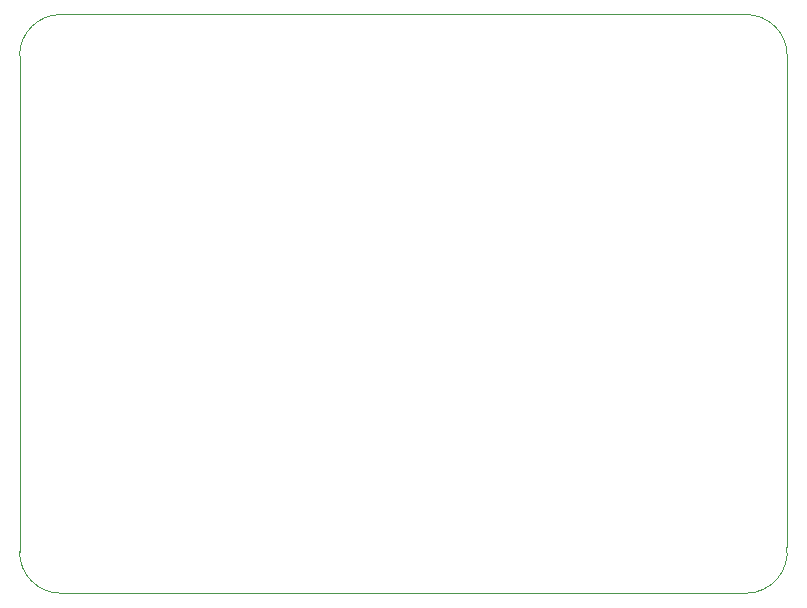
<source format=gbr>
%TF.GenerationSoftware,KiCad,Pcbnew,(5.1.10-1-10_14)*%
%TF.CreationDate,2021-09-17T20:59:11-04:00*%
%TF.ProjectId,KilnHat,4b696c6e-4861-4742-9e6b-696361645f70,rev?*%
%TF.SameCoordinates,Original*%
%TF.FileFunction,Profile,NP*%
%FSLAX46Y46*%
G04 Gerber Fmt 4.6, Leading zero omitted, Abs format (unit mm)*
G04 Created by KiCad (PCBNEW (5.1.10-1-10_14)) date 2021-09-17 20:59:11*
%MOMM*%
%LPD*%
G01*
G04 APERTURE LIST*
%TA.AperFunction,Profile*%
%ADD10C,0.050000*%
%TD*%
G04 APERTURE END LIST*
D10*
X196500000Y-91000000D02*
X138500000Y-91000000D01*
X199972973Y-136065878D02*
X200000000Y-94500000D01*
X138500000Y-140000000D02*
X196500000Y-140000000D01*
X135000000Y-94500000D02*
X135000000Y-136500000D01*
X135000000Y-94500000D02*
G75*
G02*
X138500000Y-91000000I3500000J0D01*
G01*
X138500000Y-140000000D02*
G75*
G02*
X135000000Y-136500000I0J3500000D01*
G01*
X199972973Y-136065878D02*
G75*
G02*
X196500000Y-140000000I-3472973J-434122D01*
G01*
X196500000Y-91000000D02*
G75*
G02*
X200000000Y-94500000I0J-3500000D01*
G01*
M02*

</source>
